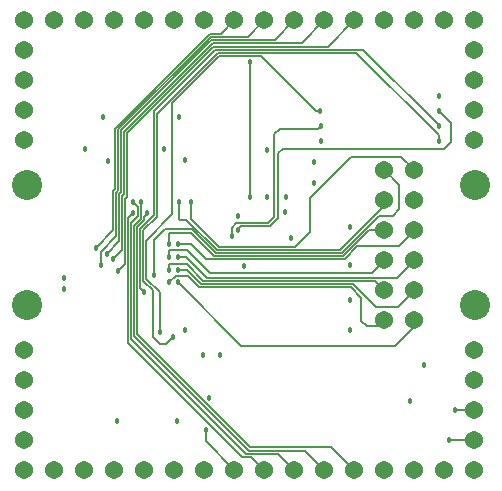
<source format=gbr>
%TF.GenerationSoftware,KiCad,Pcbnew,(6.0.5)*%
%TF.CreationDate,2022-06-09T17:33:11-04:00*%
%TF.ProjectId,pq-cdh,70712d63-6468-42e6-9b69-6361645f7063,V0.1.1*%
%TF.SameCoordinates,Original*%
%TF.FileFunction,Copper,L4,Bot*%
%TF.FilePolarity,Positive*%
%FSLAX46Y46*%
G04 Gerber Fmt 4.6, Leading zero omitted, Abs format (unit mm)*
G04 Created by KiCad (PCBNEW (6.0.5)) date 2022-06-09 17:33:11*
%MOMM*%
%LPD*%
G01*
G04 APERTURE LIST*
%TA.AperFunction,NonConductor*%
%ADD10C,0.200000*%
%TD*%
%TA.AperFunction,ComponentPad*%
%ADD11C,1.540000*%
%TD*%
%TA.AperFunction,ComponentPad*%
%ADD12C,2.540000*%
%TD*%
%TA.AperFunction,ViaPad*%
%ADD13C,0.457200*%
%TD*%
%TA.AperFunction,Conductor*%
%ADD14C,0.127000*%
%TD*%
G04 APERTURE END LIST*
D10*
X136000001Y-113100000D02*
G75*
G03*
X136000001Y-113100000I-1J0D01*
G01*
X136000001Y-113100000D02*
G75*
G03*
X136000001Y-113100000I-1J0D01*
G01*
D11*
%TO.P,J1,1,Pin_1*%
%TO.N,VDD*%
X174050000Y-116890000D03*
%TO.P,J1,2,Pin_2*%
%TO.N,GND*%
X174050000Y-119430000D03*
%TO.P,J1,3,Pin_3*%
%TO.N,/SWDIO*%
X174050000Y-121970000D03*
%TO.P,J1,4,Pin_4*%
%TO.N,/SWCLK*%
X174050000Y-124510000D03*
%TD*%
%TO.P,J5,1,Pin_1*%
%TO.N,unconnected-(J5-Pad1)*%
X135950000Y-88950000D03*
%TO.P,J5,2,Pin_2*%
%TO.N,unconnected-(J5-Pad2)*%
X138490000Y-88950000D03*
%TO.P,J5,3,Pin_3*%
%TO.N,GND*%
X141030000Y-88950000D03*
%TO.P,J5,4,Pin_4*%
%TO.N,unconnected-(J5-Pad4)*%
X143570000Y-88950000D03*
%TO.P,J5,5,Pin_5*%
%TO.N,unconnected-(J5-Pad5)*%
X146110000Y-88950000D03*
%TO.P,J5,6,Pin_6*%
%TO.N,unconnected-(J5-Pad6)*%
X148650000Y-88950000D03*
%TO.P,J5,7,Pin_7*%
%TO.N,/NRST*%
X151190000Y-88950000D03*
%TO.P,J5,8,Pin_8*%
%TO.N,/USART1_CK*%
X153730000Y-88950000D03*
%TO.P,J5,9,Pin_9*%
%TO.N,/USART1_CTS*%
X156270000Y-88950000D03*
%TO.P,J5,10,Pin_10*%
%TO.N,/USART1_TX*%
X158810000Y-88950000D03*
%TO.P,J5,11,Pin_11*%
%TO.N,/USART1_RX*%
X161350000Y-88950000D03*
%TO.P,J5,12,Pin_12*%
%TO.N,/USART1_RTS*%
X163890000Y-88950000D03*
%TO.P,J5,13,Pin_13*%
%TO.N,unconnected-(J5-Pad13)*%
X166430000Y-88950000D03*
%TO.P,J5,14,Pin_14*%
%TO.N,unconnected-(J5-Pad14)*%
X168970000Y-88950000D03*
%TO.P,J5,15,Pin_15*%
%TO.N,unconnected-(J5-Pad15)*%
X171510000Y-88950000D03*
%TO.P,J5,16,Pin_16*%
%TO.N,unconnected-(J5-Pad16)*%
X174050000Y-88950000D03*
%TD*%
D12*
%TO.P,J6,1,Pin_1*%
%TO.N,GND*%
X174080000Y-113060000D03*
%TO.P,J6,2,Pin_2*%
X136160000Y-113060000D03*
%TO.P,J6,3,Pin_3*%
X174080000Y-102900000D03*
%TO.P,J6,4,Pin_4*%
X136160000Y-102900000D03*
%TD*%
D11*
%TO.P,J7,1,Pin_1*%
%TO.N,/DCMI_D0*%
X168970000Y-114350000D03*
%TO.P,J7,2,Pin_2*%
%TO.N,/DCMI_D1*%
X166430000Y-114350000D03*
%TO.P,J7,3,Pin_3*%
%TO.N,/DCMI_D2*%
X168970000Y-111810000D03*
%TO.P,J7,4,Pin_4*%
%TO.N,/DCMI_D3*%
X166430000Y-111810000D03*
%TO.P,J7,5,Pin_5*%
%TO.N,/DCMI_D4*%
X168970000Y-109270000D03*
%TO.P,J7,6,Pin_6*%
%TO.N,/DCMI_D5*%
X166430000Y-109270000D03*
%TO.P,J7,7,Pin_7*%
%TO.N,/DCMI_D6*%
X168970000Y-106730000D03*
%TO.P,J7,8,Pin_8*%
%TO.N,/DCMI_D7*%
X166430000Y-106730000D03*
%TO.P,J7,9,Pin_9*%
%TO.N,unconnected-(J7-Pad9)*%
X168970000Y-104190000D03*
%TO.P,J7,10,Pin_10*%
%TO.N,/DCMI_PIXCLK*%
X166430000Y-104190000D03*
%TO.P,J7,11,Pin_11*%
%TO.N,/DCMI_HSYNC*%
X168970000Y-101650000D03*
%TO.P,J7,12,Pin_12*%
%TO.N,/DCMI_VSYNC*%
X166430000Y-101650000D03*
%TD*%
%TO.P,J8,1,Pin_1*%
%TO.N,unconnected-(J8-Pad1)*%
X135950000Y-116890000D03*
%TO.P,J8,2,Pin_2*%
%TO.N,GND*%
X135950000Y-119430000D03*
%TO.P,J8,3,Pin_3*%
%TO.N,unconnected-(J8-Pad3)*%
X135950000Y-121970000D03*
%TO.P,J8,4,Pin_4*%
%TO.N,unconnected-(J8-Pad4)*%
X135950000Y-124510000D03*
%TD*%
%TO.P,J4,1,Pin_1*%
%TO.N,unconnected-(J4-Pad1)*%
X135950000Y-91490000D03*
%TO.P,J4,2,Pin_2*%
%TO.N,unconnected-(J4-Pad2)*%
X135950000Y-94030000D03*
%TO.P,J4,3,Pin_3*%
%TO.N,GND*%
X135950000Y-96570000D03*
%TO.P,J4,4,Pin_4*%
%TO.N,unconnected-(J4-Pad4)*%
X135950000Y-99110000D03*
%TD*%
%TO.P,J2,1,Pin_1*%
%TO.N,unconnected-(J2-Pad1)*%
X135950000Y-127050000D03*
%TO.P,J2,2,Pin_2*%
%TO.N,unconnected-(J2-Pad2)*%
X138490000Y-127050000D03*
%TO.P,J2,3,Pin_3*%
%TO.N,unconnected-(J2-Pad3)*%
X141030000Y-127050000D03*
%TO.P,J2,4,Pin_4*%
%TO.N,unconnected-(J2-Pad4)*%
X143570000Y-127050000D03*
%TO.P,J2,5,Pin_5*%
%TO.N,unconnected-(J2-Pad5)*%
X146110000Y-127050000D03*
%TO.P,J2,6,Pin_6*%
%TO.N,unconnected-(J2-Pad6)*%
X148650000Y-127050000D03*
%TO.P,J2,7,Pin_7*%
%TO.N,unconnected-(J2-Pad7)*%
X151190000Y-127050000D03*
%TO.P,J2,8,Pin_8*%
%TO.N,/BOOT0*%
X153730000Y-127050000D03*
%TO.P,J2,9,Pin_9*%
%TO.N,/LPUART_CTS*%
X156270000Y-127050000D03*
%TO.P,J2,10,Pin_10*%
%TO.N,/LPUART_TX*%
X158810000Y-127050000D03*
%TO.P,J2,11,Pin_11*%
%TO.N,/LPUART_RX*%
X161350000Y-127050000D03*
%TO.P,J2,12,Pin_12*%
%TO.N,/LPUART_RTS*%
X163890000Y-127050000D03*
%TO.P,J2,13,Pin_13*%
%TO.N,unconnected-(J2-Pad13)*%
X166430000Y-127050000D03*
%TO.P,J2,14,Pin_14*%
%TO.N,unconnected-(J2-Pad14)*%
X168970000Y-127050000D03*
%TO.P,J2,15,Pin_15*%
%TO.N,unconnected-(J2-Pad15)*%
X171510000Y-127050000D03*
%TO.P,J2,16,Pin_16*%
%TO.N,unconnected-(J2-Pad16)*%
X174050000Y-127050000D03*
%TD*%
%TO.P,J3,1,Pin_1*%
%TO.N,unconnected-(J3-Pad1)*%
X174050000Y-99110000D03*
%TO.P,J3,2,Pin_2*%
%TO.N,unconnected-(J3-Pad2)*%
X174050000Y-96570000D03*
%TO.P,J3,3,Pin_3*%
%TO.N,unconnected-(J3-Pad3)*%
X174050000Y-94030000D03*
%TO.P,J3,4,Pin_4*%
%TO.N,unconnected-(J3-Pad4)*%
X174050000Y-91490000D03*
%TD*%
D13*
%TO.N,/SWCLK*%
X171880000Y-124510000D03*
%TO.N,/SWDIO*%
X172410000Y-121970000D03*
%TO.N,/BOOT0*%
X151300000Y-123610000D03*
%TO.N,GND*%
X161020000Y-99160000D03*
X160470000Y-102750000D03*
X149560000Y-100810000D03*
X154000000Y-105500000D03*
X149060000Y-97110000D03*
X139290000Y-110800000D03*
X156470000Y-103950000D03*
X163530000Y-115200000D03*
X154500000Y-109720000D03*
X168600000Y-121200000D03*
X158510000Y-107420000D03*
X163530000Y-106495000D03*
X143060000Y-100910000D03*
X149560000Y-115180000D03*
X163530000Y-109715000D03*
X157970000Y-105150000D03*
X148850000Y-122900000D03*
X160470000Y-100950000D03*
X151540000Y-120920000D03*
X152510000Y-117270000D03*
X143820000Y-122880000D03*
X156470000Y-99950000D03*
X163530000Y-112650000D03*
X142560000Y-97110000D03*
%TO.N,/USART1_RTS*%
X143910000Y-110210000D03*
%TO.N,/USART1_RX*%
X143410000Y-109210000D03*
%TO.N,/USART1_TX*%
X142910000Y-108710000D03*
%TO.N,/USART1_CTS*%
X142410000Y-109710000D03*
%TO.N,/USART1_CK*%
X142010000Y-108210000D03*
%TO.N,/NRST*%
X155070000Y-92500000D03*
X155070000Y-103950000D03*
%TO.N,/LPUART_RTS*%
X146360000Y-105310000D03*
%TO.N,/LPUART_RX*%
X145840000Y-104310000D03*
%TO.N,/LPUART_TX*%
X145120000Y-104310000D03*
%TO.N,/LPUART_CTS*%
X145120000Y-105310000D03*
%TO.N,/SPI1_MISO*%
X161010000Y-96630000D03*
X147410000Y-115360000D03*
%TO.N,/IO1_WP*%
X153500000Y-107210000D03*
X161020000Y-97900000D03*
%TO.N,/SPI1_MOSI*%
X148510000Y-115760000D03*
X171008500Y-99170000D03*
%TO.N,/SPI1_SCK*%
X146060000Y-111960000D03*
X171008500Y-97900000D03*
%TO.N,/VDD_FILT*%
X147750000Y-99860000D03*
X171008500Y-95365000D03*
X151100000Y-117280000D03*
X169760000Y-118180000D03*
X141100000Y-99860000D03*
X139320000Y-111710000D03*
X158070000Y-103950000D03*
%TO.N,/IO2_HR*%
X154000000Y-106710000D03*
X171008500Y-96630000D03*
%TO.N,/DCMI_HSYNC*%
X150060000Y-104310000D03*
%TO.N,/DCMI_PIXCLK*%
X149060000Y-104310000D03*
%TO.N,/DCMI_D0*%
X148910000Y-111150000D03*
%TO.N,/DCMI_D1*%
X148210000Y-111150000D03*
%TO.N,/DCMI_D2*%
X148910000Y-110070000D03*
%TO.N,/DCMI_D3*%
X148210000Y-110070000D03*
%TO.N,/DCMI_D4*%
X148910000Y-108990000D03*
%TO.N,/DCMI_D5*%
X148210000Y-108990000D03*
%TO.N,/DCMI_VSYNC*%
X146910000Y-110550000D03*
%TO.N,/DCMI_D6*%
X148910000Y-107910000D03*
%TO.N,/DCMI_D7*%
X148210000Y-107910000D03*
%TD*%
D14*
%TO.N,/BOOT0*%
X151300000Y-124620000D02*
X153730000Y-127050000D01*
X151300000Y-123610000D02*
X151300000Y-124620000D01*
%TO.N,/SWCLK*%
X174050000Y-124510000D02*
X171880000Y-124510000D01*
%TO.N,/SWDIO*%
X174050000Y-121970000D02*
X172410000Y-121970000D01*
%TO.N,/USART1_RTS*%
X163890000Y-88950000D02*
X161620560Y-91219440D01*
X144649772Y-103950228D02*
X144495141Y-104104859D01*
X151080297Y-92070297D02*
X144649772Y-98519772D01*
X161620560Y-91219440D02*
X152420560Y-91219440D01*
X144495141Y-109624859D02*
X143910000Y-110210000D01*
X144649772Y-98519772D02*
X144649772Y-103950228D01*
X151080297Y-92070297D02*
X151931154Y-91219440D01*
X144495141Y-104104859D02*
X144495141Y-109624859D01*
X151931154Y-91219440D02*
X152420560Y-91219440D01*
%TO.N,/USART1_RX*%
X153015000Y-90895000D02*
X159405000Y-90895000D01*
X151895506Y-90895000D02*
X153015000Y-90895000D01*
X144396199Y-98394307D02*
X151895506Y-90895000D01*
X143410000Y-109210000D02*
X144241621Y-108378379D01*
X144241621Y-108378379D02*
X144241621Y-103844631D01*
X161350000Y-88950000D02*
X159405000Y-90895000D01*
X144241621Y-103844631D02*
X144396199Y-103690053D01*
X144396199Y-103690053D02*
X144396199Y-98394307D01*
%TO.N,/USART1_TX*%
X143987121Y-104817121D02*
X143987121Y-107632879D01*
X143986631Y-103626048D02*
X143986631Y-104816631D01*
X144320641Y-98110641D02*
X144142679Y-98288603D01*
X158810000Y-88950000D02*
X157126543Y-90633457D01*
X143986631Y-104816631D02*
X143987121Y-104817121D01*
X151695641Y-90735641D02*
X144320641Y-98110641D01*
X144142679Y-103470000D02*
X143986631Y-103626048D01*
X143987121Y-107632879D02*
X142910000Y-108710000D01*
X151797825Y-90633457D02*
X151695641Y-90735641D01*
X157126543Y-90633457D02*
X151797825Y-90633457D01*
X144142679Y-98288603D02*
X144142679Y-103470000D01*
%TO.N,/USART1_CTS*%
X143733111Y-107216889D02*
X143733111Y-103476889D01*
X143733111Y-103476889D02*
X143742270Y-103476889D01*
X142410000Y-109710000D02*
X142410000Y-108540000D01*
X143889159Y-98182899D02*
X151732121Y-90339937D01*
X151732121Y-90339937D02*
X154880063Y-90339937D01*
X143742270Y-103476889D02*
X143889159Y-103330000D01*
X142410000Y-108540000D02*
X143733111Y-107216889D01*
X143889159Y-103330000D02*
X143889159Y-98182899D01*
X154880063Y-90339937D02*
X156270000Y-88950000D01*
%TO.N,/USART1_CK*%
X152593583Y-90086417D02*
X152645000Y-90035000D01*
X151626417Y-90086417D02*
X152593583Y-90086417D01*
X143479101Y-106740899D02*
X142010000Y-108210000D01*
X143628100Y-103223369D02*
X143479101Y-103372368D01*
X143628100Y-98084734D02*
X143628100Y-103223369D01*
X143479101Y-103372368D02*
X143479101Y-106740899D01*
X151626417Y-90086417D02*
X143666417Y-98046417D01*
X153730000Y-88950000D02*
X152645000Y-90035000D01*
%TO.N,/NRST*%
X155070000Y-92500000D02*
X155070000Y-103950000D01*
%TO.N,/LPUART_RTS*%
X146093520Y-105870713D02*
X146093520Y-105576480D01*
X163890000Y-127050000D02*
X161890000Y-125050000D01*
X155890000Y-125050000D02*
X155030000Y-125050000D01*
X145509221Y-106455012D02*
X146093520Y-105870713D01*
X161890000Y-125050000D02*
X155890000Y-125050000D01*
X146093520Y-105576480D02*
X146360000Y-105310000D01*
X155030000Y-125050000D02*
X145509221Y-115529221D01*
X145509221Y-115529221D02*
X145509221Y-106455012D01*
%TO.N,/LPUART_RX*%
X145255701Y-106350000D02*
X145840000Y-105765701D01*
X156180000Y-125390000D02*
X159690000Y-125390000D01*
X156180000Y-125390000D02*
X154980000Y-125390000D01*
X154980000Y-125390000D02*
X145255701Y-115665701D01*
X159690000Y-125390000D02*
X161350000Y-127050000D01*
X145255701Y-115665701D02*
X145255701Y-106350000D01*
X145840000Y-105765701D02*
X145840000Y-104310000D01*
%TO.N,/LPUART_TX*%
X156486480Y-125643520D02*
X154723520Y-125643520D01*
X145002181Y-115922181D02*
X145002181Y-106090000D01*
X156486480Y-125643520D02*
X157403520Y-125643520D01*
X154723520Y-125643520D02*
X145002181Y-115922181D01*
X145580000Y-104770000D02*
X145120000Y-104310000D01*
X157403520Y-125643520D02*
X158810000Y-127050000D01*
X145002181Y-106090000D02*
X145580000Y-105512181D01*
X145580000Y-105512181D02*
X145580000Y-104770000D01*
%TO.N,/LPUART_CTS*%
X154297040Y-125857040D02*
X154220000Y-125780000D01*
X155117040Y-125897040D02*
X154337040Y-125897040D01*
X154220000Y-125780000D02*
X144748661Y-116308661D01*
X144748661Y-105681339D02*
X145120000Y-105310000D01*
X156270000Y-127050000D02*
X155117040Y-125897040D01*
X154337040Y-125897040D02*
X154220000Y-125780000D01*
X144748661Y-116308661D02*
X144748661Y-105681339D01*
%TO.N,/SPI1_MISO*%
X156010000Y-91980000D02*
X160660000Y-96630000D01*
X146269781Y-110839781D02*
X146269781Y-107610219D01*
X146269781Y-107610219D02*
X148480000Y-105400000D01*
X147410000Y-115360000D02*
X147410000Y-111980000D01*
X147410000Y-111980000D02*
X146269781Y-110839781D01*
X152438532Y-91980000D02*
X156010000Y-91980000D01*
X148480000Y-95938532D02*
X152438532Y-91980000D01*
X148480000Y-105400000D02*
X148480000Y-95938532D01*
X160660000Y-96630000D02*
X161010000Y-96630000D01*
%TO.N,/IO1_WP*%
X160785000Y-98135000D02*
X157545000Y-98135000D01*
X157070000Y-98610000D02*
X157070000Y-105630000D01*
X157545000Y-98135000D02*
X157070000Y-98610000D01*
X157070000Y-105630000D02*
X156550000Y-106150000D01*
X156550000Y-106150000D02*
X153870000Y-106150000D01*
X153870000Y-106150000D02*
X153500000Y-106520000D01*
X161020000Y-97900000D02*
X160785000Y-98135000D01*
X153500000Y-106520000D02*
X153500000Y-107210000D01*
%TO.N,/SPI1_MOSI*%
X152333520Y-91726480D02*
X147173520Y-96886480D01*
X147173520Y-105585012D02*
X146016261Y-106742271D01*
X146820000Y-111800000D02*
X146820000Y-115740000D01*
X146820000Y-115740000D02*
X147440000Y-116360000D01*
X146016261Y-106742271D02*
X146016261Y-110996261D01*
X146016261Y-110996261D02*
X146820000Y-111800000D01*
X147173520Y-96886480D02*
X147173520Y-105585012D01*
X171008500Y-98678500D02*
X164056480Y-91726480D01*
X147910000Y-116360000D02*
X148510000Y-115760000D01*
X164056480Y-91726480D02*
X152333520Y-91726480D01*
X147440000Y-116360000D02*
X147910000Y-116360000D01*
X171008500Y-99170000D02*
X171008500Y-98678500D01*
%TO.N,/SPI1_SCK*%
X146920000Y-105480000D02*
X145762741Y-106637259D01*
X146920000Y-96650000D02*
X152097040Y-91472960D01*
X152097040Y-91472960D02*
X152877040Y-91472960D01*
X171008500Y-97900000D02*
X171008500Y-97865000D01*
X146920000Y-96650000D02*
X146920000Y-105480000D01*
X171008500Y-97865000D02*
X164616460Y-91472960D01*
X164616460Y-91472960D02*
X152877040Y-91472960D01*
X145762741Y-106637259D02*
X145762741Y-111662741D01*
X145762741Y-111662741D02*
X146060000Y-111960000D01*
%TO.N,/IO2_HR*%
X154000000Y-106710000D02*
X154306480Y-106403520D01*
X172038500Y-99261500D02*
X172038500Y-97660000D01*
X157835000Y-99815000D02*
X171485000Y-99815000D01*
X154306480Y-106403520D02*
X156733520Y-106403520D01*
X172038500Y-97660000D02*
X171008500Y-96630000D01*
X156740000Y-106410000D02*
X157420000Y-105730000D01*
X171485000Y-99815000D02*
X172038500Y-99261500D01*
X157420000Y-100230000D02*
X157835000Y-99815000D01*
X157420000Y-105730000D02*
X157420000Y-100230000D01*
X156733520Y-106403520D02*
X156740000Y-106410000D01*
%TO.N,/DCMI_HSYNC*%
X150060000Y-104310000D02*
X150060000Y-105810000D01*
X158863520Y-108136480D02*
X160100000Y-106900000D01*
X167845000Y-100500000D02*
X168995000Y-101650000D01*
X160100000Y-104000000D02*
X163600000Y-100500000D01*
X163600000Y-100500000D02*
X167845000Y-100500000D01*
X152386480Y-108136480D02*
X158863520Y-108136480D01*
X150060000Y-105810000D02*
X152386480Y-108136480D01*
X160100000Y-106900000D02*
X160100000Y-104000000D01*
%TO.N,/DCMI_PIXCLK*%
X149662064Y-105835000D02*
X149085000Y-105835000D01*
X149060000Y-105810000D02*
X149060000Y-104310000D01*
X162630000Y-108400000D02*
X152227064Y-108400000D01*
X149085000Y-105835000D02*
X149060000Y-105810000D01*
X166455000Y-104575000D02*
X162630000Y-108400000D01*
X166455000Y-104190000D02*
X166455000Y-104575000D01*
X152227064Y-108400000D02*
X149662064Y-105835000D01*
%TO.N,/DCMI_D0*%
X148910000Y-111150000D02*
X154270000Y-116510000D01*
X167290000Y-116510000D02*
X168995000Y-114805000D01*
X168995000Y-114805000D02*
X168995000Y-114350000D01*
X154270000Y-116510000D02*
X167290000Y-116510000D01*
%TO.N,/DCMI_D1*%
X164925000Y-114875000D02*
X164450000Y-114400000D01*
X163565000Y-111575000D02*
X150735000Y-111575000D01*
X164450000Y-114400000D02*
X164450000Y-112460000D01*
X164450000Y-112460000D02*
X163565000Y-111575000D01*
X149770000Y-110610000D02*
X148750000Y-110610000D01*
X166455000Y-114350000D02*
X165930000Y-114875000D01*
X148750000Y-110610000D02*
X148210000Y-111150000D01*
X150735000Y-111575000D02*
X149770000Y-110610000D01*
X165930000Y-114875000D02*
X164925000Y-114875000D01*
%TO.N,/DCMI_D2*%
X149680000Y-110070000D02*
X148910000Y-110070000D01*
X165273520Y-112783520D02*
X163750000Y-111260000D01*
X150870000Y-111260000D02*
X149680000Y-110070000D01*
X165273520Y-112783520D02*
X165283520Y-112783520D01*
X165283520Y-112783520D02*
X165700000Y-113200000D01*
X167605000Y-113200000D02*
X168995000Y-111810000D01*
X165700000Y-113200000D02*
X167605000Y-113200000D01*
X163750000Y-111260000D02*
X150870000Y-111260000D01*
%TO.N,/DCMI_D3*%
X148210000Y-109610000D02*
X148210000Y-110070000D01*
X166455000Y-111810000D02*
X165651480Y-111006480D01*
X151096480Y-111006480D02*
X149700000Y-109610000D01*
X165651480Y-111006480D02*
X151096480Y-111006480D01*
X149700000Y-109610000D02*
X148210000Y-109610000D01*
%TO.N,/DCMI_D4*%
X167512040Y-110752960D02*
X168995000Y-109270000D01*
X149660000Y-108990000D02*
X148910000Y-108990000D01*
X164847040Y-110752960D02*
X151422960Y-110752960D01*
X151422960Y-110752960D02*
X149660000Y-108990000D01*
X164847040Y-110752960D02*
X167512040Y-110752960D01*
%TO.N,/DCMI_D5*%
X149700000Y-108380000D02*
X151670000Y-110350000D01*
X165375000Y-110350000D02*
X166455000Y-109270000D01*
X151670000Y-110350000D02*
X164650000Y-110350000D01*
X148210000Y-108380000D02*
X149700000Y-108380000D01*
X148210000Y-108990000D02*
X148210000Y-108380000D01*
X164650000Y-110350000D02*
X165375000Y-110350000D01*
%TO.N,/DCMI_VSYNC*%
X167700000Y-104922640D02*
X167122640Y-105500000D01*
X166455000Y-101650000D02*
X167700000Y-102895000D01*
X167700000Y-102895000D02*
X167700000Y-104922640D01*
X162837040Y-108662960D02*
X152131492Y-108662960D01*
X146910000Y-107580000D02*
X146910000Y-110550000D01*
X150138532Y-106670000D02*
X147820000Y-106670000D01*
X166000000Y-105500000D02*
X162837040Y-108662960D01*
X152131492Y-108662960D02*
X150138532Y-106670000D01*
X167122640Y-105500000D02*
X166000000Y-105500000D01*
X147820000Y-106670000D02*
X146910000Y-107580000D01*
%TO.N,/DCMI_D6*%
X150070000Y-107910000D02*
X151330000Y-109170000D01*
X167625000Y-108100000D02*
X168995000Y-106730000D01*
X151330000Y-109170000D02*
X162530000Y-109170000D01*
X164117064Y-108100000D02*
X163047064Y-109170000D01*
X164117064Y-108100000D02*
X167625000Y-108100000D01*
X163047064Y-109170000D02*
X162530000Y-109170000D01*
X148910000Y-107910000D02*
X150070000Y-107910000D01*
%TO.N,/DCMI_D7*%
X148240000Y-106940000D02*
X148210000Y-106970000D01*
X164128532Y-107730000D02*
X165128532Y-106730000D01*
X165128532Y-106730000D02*
X166455000Y-106730000D01*
X152026480Y-108916480D02*
X150050000Y-106940000D01*
X164128532Y-107730000D02*
X162942052Y-108916480D01*
X150050000Y-106940000D02*
X148240000Y-106940000D01*
X162942052Y-108916480D02*
X152026480Y-108916480D01*
X148210000Y-106970000D02*
X148210000Y-107910000D01*
%TD*%
M02*

</source>
